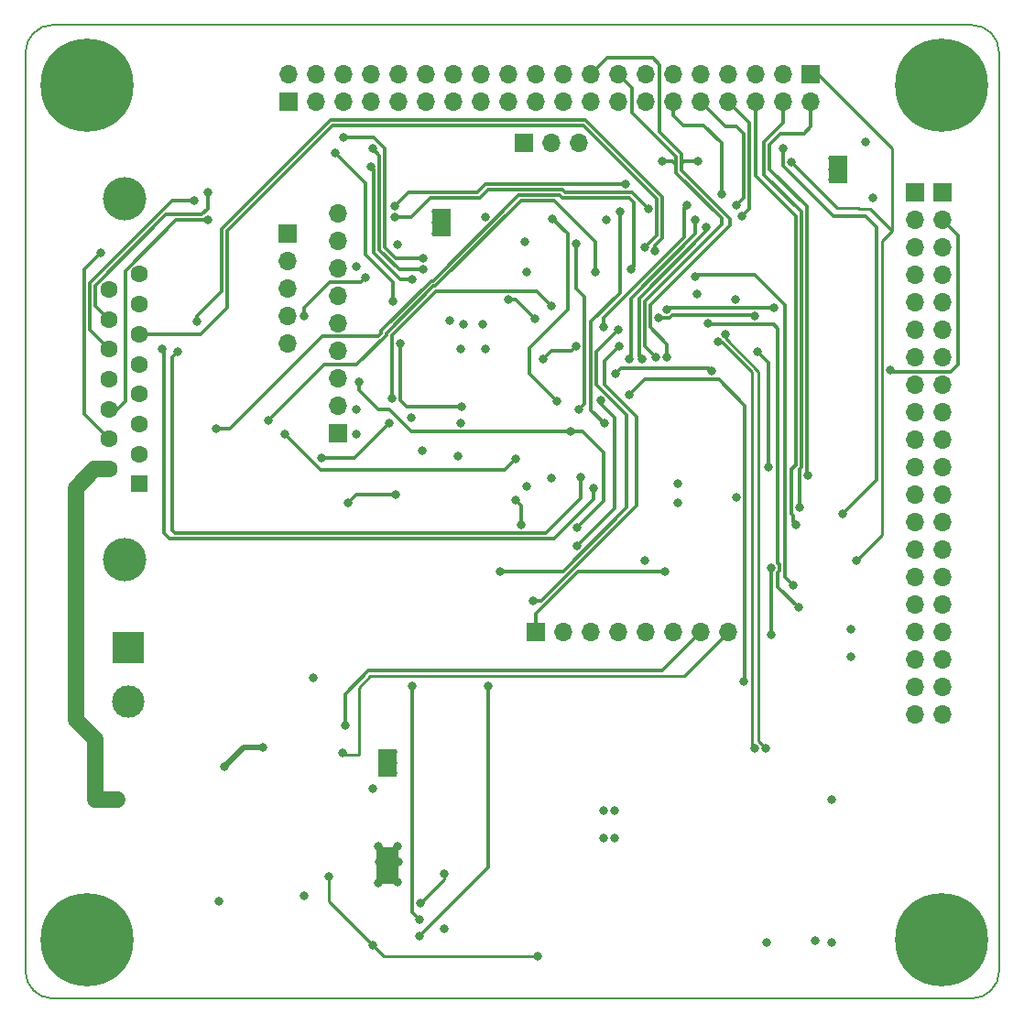
<source format=gbr>
%TF.GenerationSoftware,KiCad,Pcbnew,(6.0.7)*%
%TF.CreationDate,2023-01-27T10:25:26-08:00*%
%TF.ProjectId,FlightComputer,466c6967-6874-4436-9f6d-70757465722e,rev?*%
%TF.SameCoordinates,Original*%
%TF.FileFunction,Copper,L4,Bot*%
%TF.FilePolarity,Positive*%
%FSLAX46Y46*%
G04 Gerber Fmt 4.6, Leading zero omitted, Abs format (unit mm)*
G04 Created by KiCad (PCBNEW (6.0.7)) date 2023-01-27 10:25:26*
%MOMM*%
%LPD*%
G01*
G04 APERTURE LIST*
%TA.AperFunction,Profile*%
%ADD10C,0.200000*%
%TD*%
%TA.AperFunction,ComponentPad*%
%ADD11C,0.500000*%
%TD*%
%TA.AperFunction,SMDPad,CuDef*%
%ADD12R,1.800000X2.500000*%
%TD*%
%TA.AperFunction,ComponentPad*%
%ADD13C,0.900000*%
%TD*%
%TA.AperFunction,ComponentPad*%
%ADD14C,8.600000*%
%TD*%
%TA.AperFunction,ComponentPad*%
%ADD15R,1.700000X1.700000*%
%TD*%
%TA.AperFunction,ComponentPad*%
%ADD16O,1.700000X1.700000*%
%TD*%
%TA.AperFunction,SMDPad,CuDef*%
%ADD17R,2.000000X3.500000*%
%TD*%
%TA.AperFunction,ComponentPad*%
%ADD18C,4.000000*%
%TD*%
%TA.AperFunction,ComponentPad*%
%ADD19R,1.600000X1.600000*%
%TD*%
%TA.AperFunction,ComponentPad*%
%ADD20C,1.600000*%
%TD*%
%TA.AperFunction,ComponentPad*%
%ADD21R,3.000000X3.000000*%
%TD*%
%TA.AperFunction,ComponentPad*%
%ADD22C,3.000000*%
%TD*%
%TA.AperFunction,ViaPad*%
%ADD23C,0.800000*%
%TD*%
%TA.AperFunction,Conductor*%
%ADD24C,0.300000*%
%TD*%
%TA.AperFunction,Conductor*%
%ADD25C,0.250000*%
%TD*%
%TA.AperFunction,Conductor*%
%ADD26C,1.500000*%
%TD*%
%TA.AperFunction,Conductor*%
%ADD27C,0.500000*%
%TD*%
%TA.AperFunction,Conductor*%
%ADD28C,0.261112*%
%TD*%
G04 APERTURE END LIST*
D10*
X227330000Y-148166000D02*
X142410000Y-148166000D01*
X229870000Y-60706000D02*
X229870000Y-145626000D01*
X229870000Y-60706000D02*
G75*
G03*
X227330000Y-58166000I-2540000J0D01*
G01*
X139870000Y-145626000D02*
X139870000Y-60706000D01*
X227330000Y-148166000D02*
G75*
G03*
X229870000Y-145626000I0J2540000D01*
G01*
X139870000Y-145626000D02*
G75*
G03*
X142410000Y-148166000I2540000J0D01*
G01*
X142410000Y-58166000D02*
X227330000Y-58166000D01*
X142410000Y-58166000D02*
G75*
G03*
X139870000Y-60706000I0J-2540000D01*
G01*
D11*
%TO.P,IC4,9*%
%TO.N,N/C*%
X174005000Y-127365000D03*
X172705000Y-126365000D03*
X174005000Y-126365000D03*
X172705000Y-127365000D03*
D12*
X173355000Y-126365000D03*
D11*
X172705000Y-125365000D03*
X174005000Y-125365000D03*
%TD*%
%TO.P,IC3,9*%
%TO.N,N/C*%
X215599000Y-71489000D03*
X215599000Y-72489000D03*
X214299000Y-71489000D03*
X215599000Y-70489000D03*
D12*
X214949000Y-71489000D03*
D11*
X214299000Y-72489000D03*
X214299000Y-70489000D03*
%TD*%
D13*
%TO.P,H4,1,1*%
%TO.N,GND*%
X145542000Y-139523000D03*
X145542000Y-145973000D03*
X147822419Y-140467581D03*
D14*
X145542000Y-142748000D03*
D13*
X143261581Y-145028419D03*
X142317000Y-142748000D03*
X143261581Y-140467581D03*
X147822419Y-145028419D03*
X148767000Y-142748000D03*
%TD*%
D15*
%TO.P,J8,1,Pin_1*%
%TO.N,PE0*%
X164211000Y-65278000D03*
D16*
%TO.P,J8,2,Pin_2*%
%TO.N,PE1*%
X166751000Y-65278000D03*
%TO.P,J8,3,Pin_3*%
%TO.N,PE2*%
X169291000Y-65278000D03*
%TO.P,J8,4,Pin_4*%
%TO.N,PE3*%
X171831000Y-65278000D03*
%TO.P,J8,5,Pin_5*%
%TO.N,PE4*%
X174371000Y-65278000D03*
%TO.P,J8,6,Pin_6*%
%TO.N,PE5*%
X176911000Y-65278000D03*
%TO.P,J8,7,Pin_7*%
%TO.N,PE6*%
X179451000Y-65278000D03*
%TO.P,J8,8,Pin_8*%
%TO.N,ADC3_IN1*%
X181991000Y-65278000D03*
%TO.P,J8,9,Pin_9*%
%TO.N,ADC3_IN2*%
X184531000Y-65278000D03*
%TO.P,J8,10,Pin_10*%
%TO.N,ADC3_IN3*%
X187071000Y-65278000D03*
%TO.P,J8,11,Pin_11*%
%TO.N,DAC_OUT1*%
X189611000Y-65278000D03*
%TO.P,J8,12,Pin_12*%
%TO.N,PE7*%
X192151000Y-65278000D03*
%TO.P,J8,13,Pin_13*%
%TO.N,PE8*%
X194691000Y-65278000D03*
%TO.P,J8,14,Pin_14*%
%TO.N,unconnected-(J8-Pad14)*%
X197231000Y-65278000D03*
%TO.P,J8,15,Pin_15*%
%TO.N,PE10*%
X199771000Y-65278000D03*
%TO.P,J8,16,Pin_16*%
%TO.N,PE11*%
X202311000Y-65278000D03*
%TO.P,J8,17,Pin_17*%
%TO.N,PE12*%
X204851000Y-65278000D03*
%TO.P,J8,18,Pin_18*%
%TO.N,PE13*%
X207391000Y-65278000D03*
%TO.P,J8,19,Pin_19*%
%TO.N,PE14*%
X209931000Y-65278000D03*
%TO.P,J8,20,Pin_20*%
%TO.N,PE15*%
X212471000Y-65278000D03*
%TD*%
D13*
%TO.P,H2,1,1*%
%TO.N,GND*%
X222255581Y-61473581D03*
X224536000Y-60529000D03*
X226816419Y-66034419D03*
X227761000Y-63754000D03*
X222255581Y-66034419D03*
X224536000Y-66979000D03*
D14*
X224536000Y-63754000D03*
D13*
X221311000Y-63754000D03*
X226816419Y-61473581D03*
%TD*%
D15*
%TO.P,J4,1,Pin_1*%
%TO.N,+3.3V*%
X164084000Y-77475000D03*
D16*
%TO.P,J4,2,Pin_2*%
%TO.N,GND*%
X164084000Y-80015000D03*
%TO.P,J4,3,Pin_3*%
%TO.N,I2C1_SDA*%
X164084000Y-82555000D03*
%TO.P,J4,4,Pin_4*%
%TO.N,I2C1_SCL*%
X164084000Y-85095000D03*
%TO.P,J4,5,Pin_5*%
%TO.N,unconnected-(J4-Pad5)*%
X164084000Y-87635000D03*
%TD*%
D15*
%TO.P,J11,1,Pin_1*%
%TO.N,I2C1_SCL*%
X212471000Y-62738000D03*
D16*
%TO.P,J11,2,Pin_2*%
%TO.N,I2C1_SDA*%
X209931000Y-62738000D03*
%TO.P,J11,3,Pin_3*%
%TO.N,GND*%
X207391000Y-62738000D03*
%TO.P,J11,4,Pin_4*%
%TO.N,unconnected-(J11-Pad4)*%
X204851000Y-62738000D03*
%TO.P,J11,5,Pin_5*%
%TO.N,unconnected-(J11-Pad5)*%
X202311000Y-62738000D03*
%TO.P,J11,6,Pin_6*%
%TO.N,unconnected-(J11-Pad6)*%
X199771000Y-62738000D03*
%TO.P,J11,7,Pin_7*%
%TO.N,GND*%
X197231000Y-62738000D03*
%TO.P,J11,8,Pin_8*%
%TO.N,I2C2_SCL*%
X194691000Y-62738000D03*
%TO.P,J11,9,Pin_9*%
%TO.N,I2C2_SDA*%
X192151000Y-62738000D03*
%TO.P,J11,10,Pin_10*%
%TO.N,unconnected-(J11-Pad10)*%
X189611000Y-62738000D03*
%TO.P,J11,11,Pin_11*%
%TO.N,unconnected-(J11-Pad11)*%
X187071000Y-62738000D03*
%TO.P,J11,12,Pin_12*%
%TO.N,GND*%
X184531000Y-62738000D03*
%TO.P,J11,13,Pin_13*%
X181991000Y-62738000D03*
%TO.P,J11,14,Pin_14*%
%TO.N,unconnected-(J11-Pad14)*%
X179451000Y-62738000D03*
%TO.P,J11,15,Pin_15*%
%TO.N,unconnected-(J11-Pad15)*%
X176911000Y-62738000D03*
%TO.P,J11,16,Pin_16*%
%TO.N,ADC3_IN10*%
X174371000Y-62738000D03*
%TO.P,J11,17,Pin_17*%
%TO.N,ADC3_IN11*%
X171831000Y-62738000D03*
%TO.P,J11,18,Pin_18*%
%TO.N,ADC3_IN12*%
X169291000Y-62738000D03*
%TO.P,J11,19,Pin_19*%
%TO.N,ADC3_IN13*%
X166751000Y-62738000D03*
%TO.P,J11,20,Pin_20*%
%TO.N,GND*%
X164211000Y-62738000D03*
%TD*%
D15*
%TO.P,J6,1,Pin_1*%
%TO.N,+3.3V*%
X168758000Y-95875000D03*
D16*
%TO.P,J6,2,Pin_2*%
%TO.N,GND*%
X168758000Y-93335000D03*
%TO.P,J6,3,Pin_3*%
%TO.N,SPI1_SCK*%
X168758000Y-90795000D03*
%TO.P,J6,4,Pin_4*%
%TO.N,SPI1_MOSI*%
X168758000Y-88255000D03*
%TO.P,J6,5,Pin_5*%
%TO.N,SPI1_MISO*%
X168758000Y-85715000D03*
%TO.P,J6,6,Pin_6*%
%TO.N,CS2*%
X168758000Y-83175000D03*
%TO.P,J6,7,Pin_7*%
%TO.N,GND*%
X168758000Y-80635000D03*
%TO.P,J6,8,Pin_8*%
%TO.N,unconnected-(J6-Pad8)*%
X168758000Y-78095000D03*
%TO.P,J6,9,Pin_9*%
%TO.N,unconnected-(J6-Pad9)*%
X168758000Y-75555000D03*
%TD*%
D12*
%TO.P,IC2,9*%
%TO.N,N/C*%
X178308000Y-76454000D03*
D11*
X178958000Y-76454000D03*
X177658000Y-77454000D03*
X177658000Y-76454000D03*
X178958000Y-77454000D03*
X177658000Y-75454000D03*
X178958000Y-75454000D03*
%TD*%
D15*
%TO.P,J12,1,Pin_1*%
%TO.N,+3.3V*%
X185928000Y-69088000D03*
D16*
%TO.P,J12,2,Pin_2*%
%TO.N,Net-(J12-Pad2)*%
X188468000Y-69088000D03*
%TO.P,J12,3,Pin_3*%
%TO.N,GND*%
X191008000Y-69088000D03*
%TD*%
D14*
%TO.P,H3,1,1*%
%TO.N,GND*%
X224536000Y-142748000D03*
D13*
X221311000Y-142748000D03*
X227761000Y-142748000D03*
X222255581Y-145028419D03*
X226816419Y-145028419D03*
X224536000Y-139523000D03*
X224536000Y-145973000D03*
X222255581Y-140467581D03*
X226816419Y-140467581D03*
%TD*%
D17*
%TO.P,IC1,17,EP*%
%TO.N,GND*%
X173355000Y-135890000D03*
%TD*%
D13*
%TO.P,H1,1,1*%
%TO.N,GND*%
X142317000Y-63754000D03*
X143261581Y-61473581D03*
X145542000Y-60529000D03*
X145542000Y-66979000D03*
D14*
X145542000Y-63754000D03*
D13*
X148767000Y-63754000D03*
X143261581Y-66034419D03*
X147822419Y-61473581D03*
X147822419Y-66034419D03*
%TD*%
D15*
%TO.P,J7,1,Pin_1*%
%TO.N,CS1*%
X187071000Y-114300000D03*
D16*
%TO.P,J7,2,Pin_2*%
%TO.N,SPI1_MOSI*%
X189611000Y-114300000D03*
%TO.P,J7,3,Pin_3*%
%TO.N,SPI1_MISO*%
X192151000Y-114300000D03*
%TO.P,J7,4,Pin_4*%
%TO.N,SPI1_SCK*%
X194691000Y-114300000D03*
%TO.P,J7,5,Pin_5*%
%TO.N,GND*%
X197231000Y-114300000D03*
%TO.P,J7,6,Pin_6*%
%TO.N,+3.3V*%
X199771000Y-114300000D03*
%TO.P,J7,7,Pin_7*%
%TO.N,I2C1_SDA*%
X202311000Y-114300000D03*
%TO.P,J7,8,Pin_8*%
%TO.N,I2C1_SCL*%
X204851000Y-114300000D03*
%TD*%
D18*
%TO.P,J5,0*%
%TO.N,N/C*%
X148995331Y-107562000D03*
X148995331Y-74262000D03*
D19*
%TO.P,J5,1,1*%
%TO.N,RFM_UART_TX*%
X150415331Y-100607000D03*
D20*
%TO.P,J5,2,2*%
%TO.N,RFM_UART_RX*%
X150415331Y-97837000D03*
%TO.P,J5,3,3*%
%TO.N,RFM_TX_EMPTY*%
X150415331Y-95067000D03*
%TO.P,J5,4,4*%
%TO.N,RFM_RX_EMPTY*%
X150415331Y-92297000D03*
%TO.P,J5,5,5*%
%TO.N,CC2500_UART_TX*%
X150415331Y-89527000D03*
%TO.P,J5,6,6*%
%TO.N,CC2500_UART_RX*%
X150415331Y-86757000D03*
%TO.P,J5,7,7*%
%TO.N,CC2500_TX_EMPTY*%
X150415331Y-83987000D03*
%TO.P,J5,8,8*%
%TO.N,CC2500_RX_EMPTY*%
X150415331Y-81217000D03*
%TO.P,J5,9,9*%
%TO.N,+5V*%
X147575331Y-99222000D03*
%TO.P,J5,10,10*%
%TO.N,RFM_TX_OVERFLOW*%
X147575331Y-96452000D03*
%TO.P,J5,11,11*%
%TO.N,RFM_RX_OVERFLOW*%
X147575331Y-93682000D03*
%TO.P,J5,12,12*%
%TO.N,GND*%
X147575331Y-90912000D03*
%TO.P,J5,13,13*%
%TO.N,CC2500_TX_OVERFLOW*%
X147575331Y-88142000D03*
%TO.P,J5,14,14*%
%TO.N,CC2500_RX_OVERFLOW*%
X147575331Y-85372000D03*
%TO.P,J5,15,15*%
%TO.N,+3.3V*%
X147575331Y-82602000D03*
%TD*%
D21*
%TO.P,J1,1,Pin_1*%
%TO.N,VIN*%
X149332500Y-115752500D03*
D22*
%TO.P,J1,2,Pin_2*%
%TO.N,GND*%
X149332500Y-120752500D03*
%TD*%
D15*
%TO.P,J10,1,Pin_1*%
%TO.N,PC8*%
X224663000Y-73660000D03*
D16*
%TO.P,J10,2,Pin_2*%
%TO.N,PC9*%
X224663000Y-76200000D03*
%TO.P,J10,3,Pin_3*%
%TO.N,PC15*%
X224663000Y-78740000D03*
%TO.P,J10,4,Pin_4*%
%TO.N,GND*%
X224663000Y-81280000D03*
%TO.P,J10,5,Pin_5*%
X224663000Y-83820000D03*
%TO.P,J10,6,Pin_6*%
X224663000Y-86360000D03*
%TO.P,J10,7,Pin_7*%
X224663000Y-88900000D03*
%TO.P,J10,8,Pin_8*%
X224663000Y-91440000D03*
%TO.P,J10,9,Pin_9*%
X224663000Y-93980000D03*
%TO.P,J10,10,Pin_10*%
X224663000Y-96520000D03*
%TO.P,J10,11,Pin_11*%
%TO.N,+3.3V*%
X224663000Y-99060000D03*
%TO.P,J10,12,Pin_12*%
X224663000Y-101600000D03*
%TO.P,J10,13,Pin_13*%
X224663000Y-104140000D03*
%TO.P,J10,14,Pin_14*%
%TO.N,+5V*%
X224663000Y-106680000D03*
%TO.P,J10,15,Pin_15*%
X224663000Y-109220000D03*
%TO.P,J10,16,Pin_16*%
%TO.N,VIN*%
X224663000Y-111760000D03*
%TO.P,J10,17,Pin_17*%
X224663000Y-114300000D03*
%TO.P,J10,18,Pin_18*%
%TO.N,GND*%
X224663000Y-116840000D03*
%TO.P,J10,19,Pin_19*%
X224663000Y-119380000D03*
%TO.P,J10,20,Pin_20*%
X224663000Y-121920000D03*
%TD*%
D15*
%TO.P,J9,1,Pin_1*%
%TO.N,unconnected-(J9-Pad1)*%
X222123000Y-73660000D03*
D16*
%TO.P,J9,2,Pin_2*%
%TO.N,unconnected-(J9-Pad2)*%
X222123000Y-76200000D03*
%TO.P,J9,3,Pin_3*%
%TO.N,GND*%
X222123000Y-78740000D03*
%TO.P,J9,4,Pin_4*%
%TO.N,PD3*%
X222123000Y-81280000D03*
%TO.P,J9,5,Pin_5*%
%TO.N,PD4*%
X222123000Y-83820000D03*
%TO.P,J9,6,Pin_6*%
%TO.N,UART2_TX*%
X222123000Y-86360000D03*
%TO.P,J9,7,Pin_7*%
%TO.N,UART2_RX*%
X222123000Y-88900000D03*
%TO.P,J9,8,Pin_8*%
%TO.N,PD7*%
X222123000Y-91440000D03*
%TO.P,J9,9,Pin_9*%
%TO.N,PD15*%
X222123000Y-93980000D03*
%TO.P,J9,10,Pin_10*%
%TO.N,PD14*%
X222123000Y-96520000D03*
%TO.P,J9,11,Pin_11*%
%TO.N,PD13*%
X222123000Y-99060000D03*
%TO.P,J9,12,Pin_12*%
%TO.N,PD12*%
X222123000Y-101600000D03*
%TO.P,J9,13,Pin_13*%
%TO.N,PD11*%
X222123000Y-104140000D03*
%TO.P,J9,14,Pin_14*%
%TO.N,PD10*%
X222123000Y-106680000D03*
%TO.P,J9,15,Pin_15*%
%TO.N,SPI2_MOSI*%
X222123000Y-109220000D03*
%TO.P,J9,16,Pin_16*%
%TO.N,SPI2_MISO*%
X222123000Y-111760000D03*
%TO.P,J9,17,Pin_17*%
%TO.N,SPI2_SCK*%
X222123000Y-114300000D03*
%TO.P,J9,18,Pin_18*%
%TO.N,unconnected-(J9-Pad18)*%
X222123000Y-116840000D03*
%TO.P,J9,19,Pin_19*%
%TO.N,unconnected-(J9-Pad19)*%
X222123000Y-119380000D03*
%TO.P,J9,20,Pin_20*%
%TO.N,unconnected-(J9-Pad20)*%
X222123000Y-121920000D03*
%TD*%
D23*
%TO.N,SPI1_SCK*%
X170708500Y-91186000D03*
X190246000Y-95758000D03*
X190839477Y-104606477D03*
%TO.N,SPI1_MISO*%
X185166000Y-102108000D03*
X185674000Y-104381500D03*
%TO.N,CS2*%
X169672000Y-102362000D03*
X174117000Y-101600000D03*
%TO.N,+5V*%
X158242000Y-126746000D03*
X146304000Y-129794000D03*
X161798000Y-124968000D03*
X148336000Y-129794000D03*
X147320000Y-129794000D03*
%TO.N,EN1*%
X167894000Y-136906000D03*
X187198000Y-144272000D03*
X171958000Y-143256000D03*
%TO.N,EN2*%
X176374951Y-139347049D03*
X178562000Y-136652000D03*
%TO.N,GND*%
X218186000Y-74168000D03*
X178562000Y-141732000D03*
X174315000Y-135565000D03*
X165608000Y-138684000D03*
X172537000Y-135565000D03*
X174244000Y-134112000D03*
X172523500Y-137471500D03*
X180340000Y-85852000D03*
X175514000Y-94488000D03*
X179832000Y-98044000D03*
X174244000Y-137414000D03*
X200152000Y-102362000D03*
X170434000Y-80518000D03*
X179070000Y-85471000D03*
X208407000Y-143002000D03*
X180086000Y-88138000D03*
X214376000Y-143002000D03*
X174244000Y-78486000D03*
X186182000Y-100838000D03*
X172466000Y-134112000D03*
X166497000Y-118491000D03*
X186055000Y-78232000D03*
X157734000Y-139192000D03*
X170434000Y-93726000D03*
X205486000Y-83566000D03*
X212852000Y-142855498D03*
X205625500Y-101809692D03*
X171958000Y-128778000D03*
X180086000Y-94996000D03*
X216154000Y-116586000D03*
X214376000Y-129794000D03*
%TO.N,I2C2_SDA*%
X202057000Y-70739000D03*
X199188500Y-88884628D03*
%TO.N,I2C2_SCL*%
X198120000Y-88900000D03*
X198755000Y-70739000D03*
%TO.N,I2C1_SDA*%
X215392000Y-103378000D03*
X169418000Y-122936000D03*
X173990000Y-74946497D03*
X209931000Y-69596000D03*
X195326000Y-72898000D03*
%TO.N,I2C1_SCL*%
X210693000Y-70866000D03*
X216662000Y-107696000D03*
X171323000Y-81534000D03*
X197485000Y-75184000D03*
X165608000Y-85090000D03*
X173990000Y-75946000D03*
X169164000Y-125476000D03*
%TO.N,CS1*%
X208534000Y-99060000D03*
X207518000Y-88392000D03*
X199009000Y-108712000D03*
%TO.N,USB_D+*%
X204570685Y-86767315D03*
X208273600Y-125045100D03*
%TO.N,USB_D-*%
X203861315Y-87476685D03*
X207270400Y-125045100D03*
%TO.N,NEN1*%
X176276000Y-142354500D03*
X186817000Y-111379000D03*
X182626000Y-119253000D03*
X194762925Y-87885990D03*
%TO.N,NEN2*%
X176276000Y-140855500D03*
X175641000Y-119253000D03*
X183769000Y-108712000D03*
X194691000Y-86360000D03*
%TO.N,+3.3V*%
X182165000Y-85852000D03*
X186182000Y-81026000D03*
X188468000Y-100076000D03*
X176530000Y-97536000D03*
X201930000Y-83058000D03*
X193294000Y-133350000D03*
X193548000Y-76200000D03*
X197104000Y-107696000D03*
X217551000Y-68961000D03*
X194310000Y-133350000D03*
X194310000Y-130810000D03*
X182372000Y-88138000D03*
X193294000Y-130810000D03*
X170434000Y-96012000D03*
X200152000Y-100584000D03*
X216154000Y-114046000D03*
X182372000Y-75946000D03*
%TO.N,PE2*%
X176657000Y-79756000D03*
X169291000Y-68580000D03*
%TO.N,PE3*%
X176657000Y-80755503D03*
X171958000Y-69596000D03*
%TO.N,PE4*%
X175641000Y-81661000D03*
X171843500Y-71247000D03*
%TO.N,RFM_RX_OVERFLOW*%
X184531000Y-83565500D03*
X156718000Y-76200000D03*
X186944000Y-85344000D03*
%TO.N,RFM_TX_OVERFLOW*%
X146812000Y-79248000D03*
%TO.N,NRST*%
X187706000Y-89027000D03*
X190766500Y-87884000D03*
X195707000Y-92329000D03*
X206248000Y-118872000D03*
%TO.N,ADC3_IN13*%
X173863000Y-83693000D03*
X168529000Y-69977000D03*
X174498000Y-87630000D03*
X180213000Y-93472000D03*
%TO.N,DAC_OUT1*%
X188976000Y-92964000D03*
X188595000Y-76073000D03*
%TO.N,CC2500_RX_EMPTY*%
X191163117Y-99980677D03*
X153924000Y-88392000D03*
%TO.N,CC2500_TX_EMPTY*%
X152527000Y-88138000D03*
X192405000Y-100965000D03*
%TO.N,PE7*%
X190754000Y-78359000D03*
X191008000Y-93726000D03*
%TO.N,PE8*%
X193368317Y-94983500D03*
X194818000Y-75438000D03*
%TO.N,PE10*%
X201041000Y-74803000D03*
X193294000Y-86106000D03*
X204216000Y-73787000D03*
%TO.N,PE11*%
X195707000Y-89027000D03*
X201803000Y-76200000D03*
X205613000Y-74803000D03*
%TO.N,PE12*%
X196850000Y-89027000D03*
X202819000Y-76835000D03*
X206121000Y-75819000D03*
%TO.N,PE13*%
X211074000Y-104394000D03*
%TO.N,PE14*%
X211455000Y-102743000D03*
%TO.N,PE15*%
X212217000Y-99822000D03*
%TO.N,PC9*%
X219799500Y-90043000D03*
%TO.N,SYS_JTMS-SWDIO*%
X202946000Y-85711787D03*
X211328000Y-112014000D03*
%TO.N,SYS_JTCK-SWCLK*%
X201803000Y-81407000D03*
X210820000Y-109982000D03*
%TO.N,CC2500_UART_TX*%
X155702000Y-85598000D03*
X198080775Y-79057554D03*
%TO.N,CC2500_UART_RX*%
X197125977Y-78761977D03*
%TO.N,RFM_UART_TX*%
X195834000Y-80772000D03*
X157480000Y-95504000D03*
%TO.N,RFM_UART_RX*%
X192532000Y-81026000D03*
X162306000Y-94742000D03*
%TO.N,UART2_TX*%
X209042000Y-84328000D03*
X199136000Y-84455000D03*
%TO.N,UART2_RX*%
X198374000Y-85204500D03*
X207264000Y-85090000D03*
%TO.N,PD7*%
X194437000Y-90424000D03*
X203327000Y-90173500D03*
%TO.N,SYS_JTDO-TRACESWO*%
X193040000Y-92837000D03*
X190881000Y-106299000D03*
X208788000Y-114554000D03*
X208788000Y-108331000D03*
%TO.N,RFM_TX_EMPTY*%
X185166000Y-98298000D03*
X163830000Y-96012000D03*
%TO.N,RFM_RX_EMPTY*%
X167259000Y-98171000D03*
X173736000Y-92710000D03*
X188468000Y-84148500D03*
X173482000Y-94996000D03*
%TO.N,CC2500_RX_OVERFLOW*%
X156718000Y-73660000D03*
%TO.N,CC2500_TX_OVERFLOW*%
X155448000Y-74422000D03*
%TD*%
D24*
%TO.N,PE8*%
X192151000Y-93766183D02*
X193368317Y-94983500D01*
X192151000Y-85598000D02*
X192151000Y-93766183D01*
X194818000Y-75438000D02*
X194818000Y-82931000D01*
X194818000Y-82931000D02*
X192151000Y-85598000D01*
%TO.N,RFM_UART_TX*%
X196088000Y-80518000D02*
X195834000Y-80772000D01*
X196088000Y-74549000D02*
X196088000Y-80518000D01*
X195707000Y-74168000D02*
X196088000Y-74549000D01*
X189538893Y-74168000D02*
X195707000Y-74168000D01*
X189284893Y-73914000D02*
X189538893Y-74168000D01*
X185464661Y-73914000D02*
X189284893Y-73914000D01*
X177562661Y-81816000D02*
X185464661Y-73914000D01*
X172736000Y-86453788D02*
X177373788Y-81816000D01*
X172463661Y-86915000D02*
X172736000Y-86642661D01*
X167339000Y-86915000D02*
X172463661Y-86915000D01*
X177373788Y-81816000D02*
X177562661Y-81816000D01*
X158750000Y-95504000D02*
X167339000Y-86915000D01*
X157480000Y-95504000D02*
X158750000Y-95504000D01*
X172736000Y-86642661D02*
X172736000Y-86453788D01*
%TO.N,CC2500_TX_EMPTY*%
X152654000Y-88265000D02*
X152527000Y-88138000D01*
X192405000Y-100965000D02*
X192405000Y-101981000D01*
X192405000Y-101981000D02*
X188722000Y-105664000D01*
X188722000Y-105664000D02*
X153162000Y-105664000D01*
X153162000Y-105664000D02*
X152654000Y-105156000D01*
X152654000Y-105156000D02*
X152654000Y-88265000D01*
%TO.N,SPI1_SCK*%
X191389000Y-95758000D02*
X190246000Y-95758000D01*
X193294000Y-97663000D02*
X191389000Y-95758000D01*
X193294000Y-102151954D02*
X193294000Y-97663000D01*
X190839477Y-104606477D02*
X193294000Y-102151954D01*
%TO.N,SYS_JTDO-TRACESWO*%
X193040000Y-93218000D02*
X193040000Y-92837000D01*
X194310000Y-94488000D02*
X193040000Y-93218000D01*
X194310000Y-102870000D02*
X194310000Y-94488000D01*
X190881000Y-106299000D02*
X194310000Y-102870000D01*
%TO.N,NEN2*%
X189551894Y-108712000D02*
X183769000Y-108712000D01*
X195453000Y-102810894D02*
X189551894Y-108712000D01*
X195453000Y-94189339D02*
X195453000Y-102810894D01*
X192651000Y-91387339D02*
X195453000Y-94189339D01*
X192651000Y-88400000D02*
X192651000Y-91387339D01*
X194691000Y-86360000D02*
X192651000Y-88400000D01*
%TO.N,PC9*%
X226060000Y-89535000D02*
X226060000Y-77597000D01*
X225393922Y-90201078D02*
X226060000Y-89535000D01*
X226060000Y-77597000D02*
X224663000Y-76200000D01*
X219799500Y-90043000D02*
X219957578Y-90201078D01*
X219957578Y-90201078D02*
X225393922Y-90201078D01*
D25*
%TO.N,I2C1_SCL*%
X219075000Y-78105000D02*
X219964000Y-77216000D01*
X216662000Y-107696000D02*
X219075000Y-105283000D01*
X219075000Y-105283000D02*
X219075000Y-78105000D01*
D24*
%TO.N,I2C1_SDA*%
X217551000Y-75819000D02*
X218567000Y-76835000D01*
X218567000Y-76835000D02*
X218567000Y-100203000D01*
X214585339Y-75819000D02*
X217551000Y-75819000D01*
X209931000Y-71164661D02*
X214585339Y-75819000D01*
X209931000Y-69596000D02*
X209931000Y-71164661D01*
X218567000Y-100203000D02*
X215392000Y-103378000D01*
%TO.N,SPI1_SCK*%
X170708500Y-91968500D02*
X170708500Y-91186000D01*
X175514000Y-95758000D02*
X173482000Y-93726000D01*
X173482000Y-93726000D02*
X172466000Y-93726000D01*
X172466000Y-93726000D02*
X170708500Y-91968500D01*
X190246000Y-95758000D02*
X175514000Y-95758000D01*
%TO.N,SPI1_MISO*%
X185674000Y-104381500D02*
X185674000Y-102616000D01*
X185674000Y-102616000D02*
X185166000Y-102108000D01*
%TO.N,CS2*%
X170434000Y-101600000D02*
X169672000Y-102362000D01*
X174117000Y-101600000D02*
X170434000Y-101600000D01*
D26*
%TO.N,+5V*%
X146304000Y-129794000D02*
X148336000Y-129794000D01*
D27*
X161798000Y-124968000D02*
X160020000Y-124968000D01*
D26*
X144526000Y-122428000D02*
X146304000Y-124206000D01*
X146269000Y-99222000D02*
X144526000Y-100965000D01*
X147575331Y-99222000D02*
X146269000Y-99222000D01*
D27*
X160020000Y-124968000D02*
X158242000Y-126746000D01*
D26*
X146304000Y-124206000D02*
X146304000Y-129794000D01*
X144526000Y-100965000D02*
X144526000Y-122428000D01*
D25*
%TO.N,EN1*%
X167894000Y-136906000D02*
X167894000Y-139192000D01*
X170434000Y-141732000D02*
X171958000Y-143256000D01*
X172974000Y-144272000D02*
X171958000Y-143256000D01*
X187198000Y-144272000D02*
X172974000Y-144272000D01*
X167894000Y-139192000D02*
X170434000Y-141732000D01*
%TO.N,EN2*%
X178562000Y-137160000D02*
X178562000Y-136652000D01*
X176374951Y-139347049D02*
X178562000Y-137160000D01*
D24*
%TO.N,I2C2_SDA*%
X204978000Y-76073000D02*
X200533000Y-71628000D01*
X197612000Y-84074000D02*
X204978000Y-76708000D01*
X200533000Y-70993000D02*
X200533000Y-70104000D01*
X197866000Y-61214000D02*
X193675000Y-61214000D01*
X199188500Y-88884628D02*
X199188500Y-87682500D01*
X193675000Y-61214000D02*
X192151000Y-62738000D01*
X200787000Y-70739000D02*
X202057000Y-70739000D01*
X200533000Y-70993000D02*
X200787000Y-70739000D01*
X200533000Y-70104000D02*
X198501000Y-68072000D01*
X204978000Y-76708000D02*
X204978000Y-76073000D01*
X198501000Y-61849000D02*
X197866000Y-61214000D01*
X200533000Y-71628000D02*
X200533000Y-70993000D01*
X199188500Y-87682500D02*
X197612000Y-86106000D01*
X198501000Y-68072000D02*
X198501000Y-61849000D01*
X197612000Y-86106000D02*
X197612000Y-84074000D01*
%TO.N,I2C2_SCL*%
X195961000Y-64008000D02*
X194691000Y-62738000D01*
X195961000Y-66294000D02*
X195961000Y-64008000D01*
X199644000Y-70739000D02*
X198755000Y-70739000D01*
X198120000Y-88900000D02*
X197112000Y-87892000D01*
X200025000Y-71120000D02*
X199644000Y-70739000D01*
X197112000Y-87892000D02*
X197112000Y-83685000D01*
X200025000Y-70358000D02*
X195961000Y-66294000D01*
X204216000Y-76018106D02*
X200025000Y-71827106D01*
X204216000Y-76581000D02*
X204216000Y-76018106D01*
X197112000Y-83685000D02*
X204216000Y-76581000D01*
X200025000Y-71827106D02*
X200025000Y-71120000D01*
X200025000Y-71120000D02*
X200025000Y-70358000D01*
%TO.N,I2C1_SDA*%
X195326000Y-72898000D02*
X182372000Y-72898000D01*
X175276497Y-73660000D02*
X173990000Y-74946497D01*
X202311000Y-114300000D02*
X198755000Y-117856000D01*
X182372000Y-72898000D02*
X181610000Y-73660000D01*
X198755000Y-117856000D02*
X171577000Y-117856000D01*
X169418000Y-120015000D02*
X169418000Y-122936000D01*
X171577000Y-117856000D02*
X169418000Y-120015000D01*
X181610000Y-73660000D02*
X175276497Y-73660000D01*
D25*
%TO.N,I2C1_SCL*%
X169291000Y-125603000D02*
X169164000Y-125476000D01*
X171740752Y-118364000D02*
X170688000Y-119416752D01*
X200787000Y-118364000D02*
X171740752Y-118364000D01*
D24*
X170882000Y-81975000D02*
X167961000Y-81975000D01*
X177292000Y-74168000D02*
X175514000Y-75946000D01*
X195949000Y-73648000D02*
X189726000Y-73648000D01*
X182634000Y-73398000D02*
X181864000Y-74168000D01*
X175514000Y-75946000D02*
X173990000Y-75946000D01*
D25*
X217932000Y-75184000D02*
X219964000Y-77216000D01*
D24*
X181864000Y-74168000D02*
X177292000Y-74168000D01*
D25*
X210693000Y-70866000D02*
X214921000Y-75094000D01*
X213106000Y-62738000D02*
X212471000Y-62738000D01*
D24*
X189726000Y-73648000D02*
X189476000Y-73398000D01*
D25*
X204851000Y-114300000D02*
X200787000Y-118364000D01*
X216916000Y-75184000D02*
X217932000Y-75184000D01*
X170688000Y-119416752D02*
X170688000Y-125603000D01*
D24*
X171323000Y-81534000D02*
X170882000Y-81975000D01*
X189476000Y-73398000D02*
X182634000Y-73398000D01*
D25*
X214921000Y-75094000D02*
X216826000Y-75094000D01*
X219964000Y-69596000D02*
X213106000Y-62738000D01*
D24*
X167961000Y-81975000D02*
X165608000Y-84328000D01*
D25*
X219964000Y-77216000D02*
X219964000Y-69596000D01*
D24*
X197485000Y-75184000D02*
X195949000Y-73648000D01*
D25*
X170688000Y-125603000D02*
X169291000Y-125603000D01*
D24*
X165608000Y-84328000D02*
X165608000Y-85090000D01*
D25*
X216826000Y-75094000D02*
X216916000Y-75184000D01*
D24*
%TO.N,CS1*%
X199009000Y-108712000D02*
X190966106Y-108712000D01*
X208534000Y-99060000D02*
X208534000Y-89408000D01*
X187071000Y-112607106D02*
X187071000Y-114300000D01*
X190966106Y-108712000D02*
X187071000Y-112607106D01*
X208534000Y-89408000D02*
X207518000Y-88392000D01*
D28*
%TO.N,USB_D+*%
X207645000Y-124386537D02*
X207645000Y-90222681D01*
X204570685Y-87148366D02*
X204570685Y-86767315D01*
X208000956Y-124742493D02*
X207645000Y-124386537D01*
X208273600Y-125045100D02*
X208000956Y-124772456D01*
X207645000Y-90222681D02*
X204570685Y-87148366D01*
X208000956Y-124772456D02*
X208000956Y-124742493D01*
%TO.N,USB_D-*%
X207010000Y-90244319D02*
X204242366Y-87476685D01*
X207010000Y-124784700D02*
X207010000Y-90244319D01*
X207270400Y-125045100D02*
X207010000Y-124784700D01*
X204242366Y-87476685D02*
X203861315Y-87476685D01*
D24*
%TO.N,NEN1*%
X196342000Y-94361000D02*
X196342000Y-102629000D01*
X194762925Y-87885990D02*
X193421000Y-89227915D01*
X182626000Y-136004500D02*
X176276000Y-142354500D01*
X193421000Y-89227915D02*
X193421000Y-91440000D01*
X187592000Y-111379000D02*
X186817000Y-111379000D01*
X182626000Y-119253000D02*
X182626000Y-136004500D01*
X193421000Y-91440000D02*
X196342000Y-94361000D01*
X196342000Y-102629000D02*
X187592000Y-111379000D01*
%TO.N,NEN2*%
X175624951Y-139036388D02*
X175624951Y-140204451D01*
X175641000Y-119253000D02*
X175641000Y-139020339D01*
X175641000Y-139020339D02*
X175624951Y-139036388D01*
X175624951Y-140204451D02*
X176276000Y-140855500D01*
%TO.N,PE2*%
X174117000Y-79756000D02*
X176657000Y-79756000D01*
X172085000Y-68580000D02*
X173101000Y-69596000D01*
X169291000Y-68580000D02*
X172085000Y-68580000D01*
X173101000Y-69596000D02*
X173101000Y-78740000D01*
X173101000Y-78740000D02*
X174117000Y-79756000D01*
%TO.N,PE3*%
X172593000Y-78939106D02*
X172593000Y-70231000D01*
X176657000Y-80755503D02*
X174409397Y-80755503D01*
X174409397Y-80755503D02*
X172593000Y-78939106D01*
X172593000Y-70231000D02*
X171958000Y-69596000D01*
%TO.N,PE4*%
X171843500Y-71247000D02*
X172093000Y-71496500D01*
X172093000Y-79256000D02*
X174498000Y-81661000D01*
X174498000Y-81661000D02*
X175641000Y-81661000D01*
X172093000Y-71496500D02*
X172093000Y-79256000D01*
%TO.N,RFM_RX_OVERFLOW*%
X186944000Y-85344000D02*
X185165500Y-83565500D01*
X148380000Y-93682000D02*
X147575331Y-93682000D01*
X153805985Y-76200000D02*
X149098000Y-80907985D01*
X185165500Y-83565500D02*
X184531000Y-83565500D01*
X156718000Y-76200000D02*
X153805985Y-76200000D01*
X149098000Y-92964000D02*
X148380000Y-93682000D01*
X149098000Y-80907985D02*
X149098000Y-92964000D01*
%TO.N,RFM_TX_OVERFLOW*%
X146812000Y-79248000D02*
X145288000Y-80772000D01*
X145288000Y-80772000D02*
X145288000Y-94164669D01*
X145288000Y-94164669D02*
X147575331Y-96452000D01*
%TO.N,NRST*%
X190385500Y-88265000D02*
X188468000Y-88265000D01*
X190766500Y-87884000D02*
X190385500Y-88265000D01*
X195707000Y-92329000D02*
X197104000Y-90932000D01*
X203962000Y-90932000D02*
X206375500Y-93345500D01*
X188468000Y-88265000D02*
X187706000Y-89027000D01*
X197104000Y-90932000D02*
X203962000Y-90932000D01*
X206375500Y-93345500D02*
X206375500Y-118744500D01*
X206375500Y-118744500D02*
X206248000Y-118872000D01*
%TO.N,ADC3_IN13*%
X174498000Y-92837000D02*
X174498000Y-87630000D01*
X175133000Y-93472000D02*
X175006000Y-93345000D01*
X171323000Y-72771000D02*
X168529000Y-69977000D01*
X180213000Y-93472000D02*
X175133000Y-93472000D01*
X173863000Y-83693000D02*
X173863000Y-81915000D01*
X171577000Y-79629000D02*
X171323000Y-79375000D01*
X171323000Y-73025000D02*
X171323000Y-72771000D01*
X175006000Y-93345000D02*
X174498000Y-92837000D01*
X173863000Y-81915000D02*
X171577000Y-79629000D01*
X171323000Y-79375000D02*
X171323000Y-73025000D01*
%TO.N,DAC_OUT1*%
X186436000Y-90424000D02*
X186436000Y-88011000D01*
X188976000Y-92964000D02*
X186436000Y-90424000D01*
X189992000Y-77470000D02*
X188595000Y-76073000D01*
X186436000Y-88011000D02*
X189992000Y-84455000D01*
X189992000Y-84455000D02*
X189992000Y-77470000D01*
%TO.N,CC2500_RX_EMPTY*%
X191163117Y-101952883D02*
X187984500Y-105131500D01*
X187984500Y-105131500D02*
X153645500Y-105131500D01*
X191163117Y-99980677D02*
X191163117Y-101952883D01*
X153645500Y-105131500D02*
X153416000Y-104902000D01*
X153416000Y-88900000D02*
X153924000Y-88392000D01*
X153416000Y-104902000D02*
X153416000Y-88900000D01*
%TO.N,PE7*%
X190754000Y-82550000D02*
X190754000Y-78359000D01*
X191008000Y-93726000D02*
X191516000Y-93218000D01*
X191516000Y-83312000D02*
X190754000Y-82550000D01*
X191516000Y-93218000D02*
X191516000Y-83312000D01*
%TO.N,PE10*%
X204216000Y-73787000D02*
X204216000Y-69088000D01*
X195580000Y-82931000D02*
X195634894Y-82931000D01*
X200787000Y-75057000D02*
X201041000Y-74803000D01*
X193294000Y-85217000D02*
X195580000Y-82931000D01*
X202565000Y-67437000D02*
X200660000Y-67437000D01*
X200787000Y-77778894D02*
X200787000Y-75057000D01*
X204216000Y-69088000D02*
X202565000Y-67437000D01*
X195634894Y-82931000D02*
X200787000Y-77778894D01*
X199771000Y-66548000D02*
X199771000Y-65278000D01*
X200660000Y-67437000D02*
X199771000Y-66548000D01*
X193294000Y-86106000D02*
X193294000Y-85217000D01*
%TO.N,PE11*%
X203962000Y-66929000D02*
X204597000Y-67564000D01*
X201803000Y-77470000D02*
X195834000Y-83439000D01*
X204597000Y-67564000D02*
X205613000Y-67564000D01*
X201803000Y-76200000D02*
X201803000Y-77089000D01*
X195834000Y-83439000D02*
X195834000Y-88138000D01*
X202311000Y-65278000D02*
X203962000Y-66929000D01*
X206256000Y-69215000D02*
X206256000Y-74160000D01*
X195834000Y-88900000D02*
X195707000Y-89027000D01*
X195834000Y-88138000D02*
X195834000Y-88900000D01*
X201803000Y-77089000D02*
X201803000Y-77470000D01*
X205613000Y-67564000D02*
X206256000Y-68207000D01*
X206256000Y-68207000D02*
X206256000Y-69215000D01*
X206256000Y-74160000D02*
X205613000Y-74803000D01*
%TO.N,PE12*%
X202819000Y-76835000D02*
X202819000Y-77216000D01*
X206756000Y-75184000D02*
X206121000Y-75819000D01*
X206756000Y-67183000D02*
X206756000Y-75184000D01*
X196596000Y-88773000D02*
X196850000Y-89027000D01*
X196596000Y-83439000D02*
X196596000Y-88773000D01*
X202819000Y-77216000D02*
X196596000Y-83439000D01*
X204851000Y-65278000D02*
X206756000Y-67183000D01*
%TO.N,PE13*%
X211074000Y-104394000D02*
X210820000Y-104140000D01*
X211074000Y-98860893D02*
X211074000Y-75819000D01*
X210820000Y-104140000D02*
X210820000Y-103505000D01*
X207391000Y-72136000D02*
X207391000Y-65278000D01*
X210820000Y-103505000D02*
X210705000Y-103390000D01*
X210705000Y-103390000D02*
X210705000Y-99229893D01*
X211074000Y-75819000D02*
X207391000Y-72136000D01*
X210705000Y-99229893D02*
X211074000Y-98860893D01*
%TO.N,PE14*%
X211455000Y-99187000D02*
X211590000Y-99052000D01*
X209931000Y-67183000D02*
X209931000Y-65278000D01*
X208161000Y-68953000D02*
X209931000Y-67183000D01*
X208161000Y-72017000D02*
X208161000Y-68953000D01*
X211455000Y-102743000D02*
X211455000Y-99187000D01*
X211590000Y-75446000D02*
X208161000Y-72017000D01*
X211590000Y-99052000D02*
X211590000Y-75446000D01*
%TO.N,PE15*%
X212090000Y-74930000D02*
X208661000Y-71501000D01*
X211836000Y-68199000D02*
X212471000Y-67564000D01*
X208661000Y-71501000D02*
X208661000Y-69215000D01*
X208661000Y-69215000D02*
X209677000Y-68199000D01*
X212217000Y-99822000D02*
X212090000Y-99695000D01*
X209677000Y-68199000D02*
X211836000Y-68199000D01*
X212090000Y-99695000D02*
X212090000Y-74930000D01*
X212471000Y-67564000D02*
X212471000Y-65278000D01*
%TO.N,SYS_JTMS-SWDIO*%
X209538000Y-108641661D02*
X209538000Y-108020339D01*
X203086213Y-85852000D02*
X202946000Y-85711787D01*
X209423000Y-107905339D02*
X209423000Y-86233000D01*
X211328000Y-112014000D02*
X209423000Y-110109000D01*
X209042000Y-85852000D02*
X203086213Y-85852000D01*
X209423000Y-86233000D02*
X209042000Y-85852000D01*
X209538000Y-108020339D02*
X209423000Y-107905339D01*
X209423000Y-108756661D02*
X209538000Y-108641661D01*
X209423000Y-110109000D02*
X209423000Y-108756661D01*
%TO.N,SYS_JTCK-SWCLK*%
X201930000Y-81280000D02*
X207264000Y-81280000D01*
X201803000Y-81407000D02*
X201930000Y-81280000D01*
X210058000Y-84074000D02*
X210058000Y-109220000D01*
X210058000Y-109220000D02*
X210820000Y-109982000D01*
X207264000Y-81280000D02*
X210058000Y-84074000D01*
%TO.N,CC2500_UART_TX*%
X157988000Y-82804000D02*
X155702000Y-85090000D01*
X198080775Y-78525225D02*
X198755000Y-77851000D01*
X157988000Y-77016893D02*
X157988000Y-82804000D01*
X198755000Y-77851000D02*
X198755000Y-74051233D01*
X198080775Y-79057554D02*
X198080775Y-78525225D01*
X191632767Y-66929000D02*
X168075893Y-66929000D01*
X198755000Y-74051233D02*
X191632767Y-66929000D01*
X155702000Y-85090000D02*
X155702000Y-85598000D01*
X168075893Y-66929000D02*
X157988000Y-77016893D01*
%TO.N,CC2500_UART_RX*%
X198235000Y-74238339D02*
X191425661Y-67429000D01*
X197125977Y-78761977D02*
X198235000Y-77652954D01*
X158496000Y-84328000D02*
X156067000Y-86757000D01*
X156067000Y-86757000D02*
X150415331Y-86757000D01*
X198235000Y-77652954D02*
X198235000Y-74238339D01*
X191425661Y-67429000D02*
X168283000Y-67429000D01*
X158496000Y-77216000D02*
X158496000Y-84328000D01*
X168283000Y-67429000D02*
X158496000Y-77216000D01*
%TO.N,RFM_UART_RX*%
X177769767Y-82316000D02*
X177580894Y-82316000D01*
X173236000Y-86660894D02*
X173236000Y-86849767D01*
X192532000Y-78177106D02*
X188768894Y-74414000D01*
X185671767Y-74414000D02*
X177769767Y-82316000D01*
X188768894Y-74414000D02*
X185671767Y-74414000D01*
X192532000Y-81026000D02*
X192532000Y-78177106D01*
X170490767Y-89595000D02*
X167453000Y-89595000D01*
X167453000Y-89595000D02*
X162306000Y-94742000D01*
X173236000Y-86849767D02*
X170490767Y-89595000D01*
X177580894Y-82316000D02*
X173236000Y-86660894D01*
%TO.N,UART2_TX*%
X199136000Y-84455000D02*
X199263000Y-84328000D01*
X199263000Y-84328000D02*
X209042000Y-84328000D01*
%TO.N,UART2_RX*%
X199447161Y-85204500D02*
X199689874Y-84961787D01*
X199689874Y-84961787D02*
X207135787Y-84961787D01*
X198374000Y-85204500D02*
X199447161Y-85204500D01*
X207135787Y-84961787D02*
X207264000Y-85090000D01*
%TO.N,PD7*%
X194437000Y-90424000D02*
X194945000Y-89916000D01*
X194945000Y-89916000D02*
X203069500Y-89916000D01*
X203069500Y-89916000D02*
X203327000Y-90173500D01*
%TO.N,SYS_JTDO-TRACESWO*%
X208788000Y-108331000D02*
X208788000Y-114554000D01*
%TO.N,RFM_TX_EMPTY*%
X167120000Y-99302000D02*
X184162000Y-99302000D01*
X163830000Y-96012000D02*
X167120000Y-99302000D01*
X184162000Y-99302000D02*
X185166000Y-98298000D01*
%TO.N,RFM_RX_EMPTY*%
X170307000Y-98171000D02*
X167259000Y-98171000D01*
X187135500Y-82816000D02*
X177788000Y-82816000D01*
X173736000Y-86868000D02*
X173736000Y-92710000D01*
X170942000Y-97536000D02*
X170307000Y-98171000D01*
X177788000Y-82816000D02*
X173736000Y-86868000D01*
X188468000Y-84148500D02*
X187135500Y-82816000D01*
X173482000Y-94996000D02*
X170942000Y-97536000D01*
%TO.N,CC2500_RX_OVERFLOW*%
X152858985Y-75692000D02*
X146304000Y-82246985D01*
X156165339Y-75692000D02*
X152858985Y-75692000D01*
X156718000Y-73660000D02*
X156718000Y-75139339D01*
X156718000Y-75139339D02*
X156165339Y-75692000D01*
X146304000Y-84100669D02*
X147575331Y-85372000D01*
X146304000Y-82246985D02*
X146304000Y-84100669D01*
%TO.N,CC2500_TX_OVERFLOW*%
X145796000Y-86362669D02*
X147575331Y-88142000D01*
X145796000Y-82047878D02*
X145796000Y-86362669D01*
X155448000Y-74422000D02*
X153421878Y-74422000D01*
X153421878Y-74422000D02*
X145796000Y-82047878D01*
%TD*%
M02*

</source>
